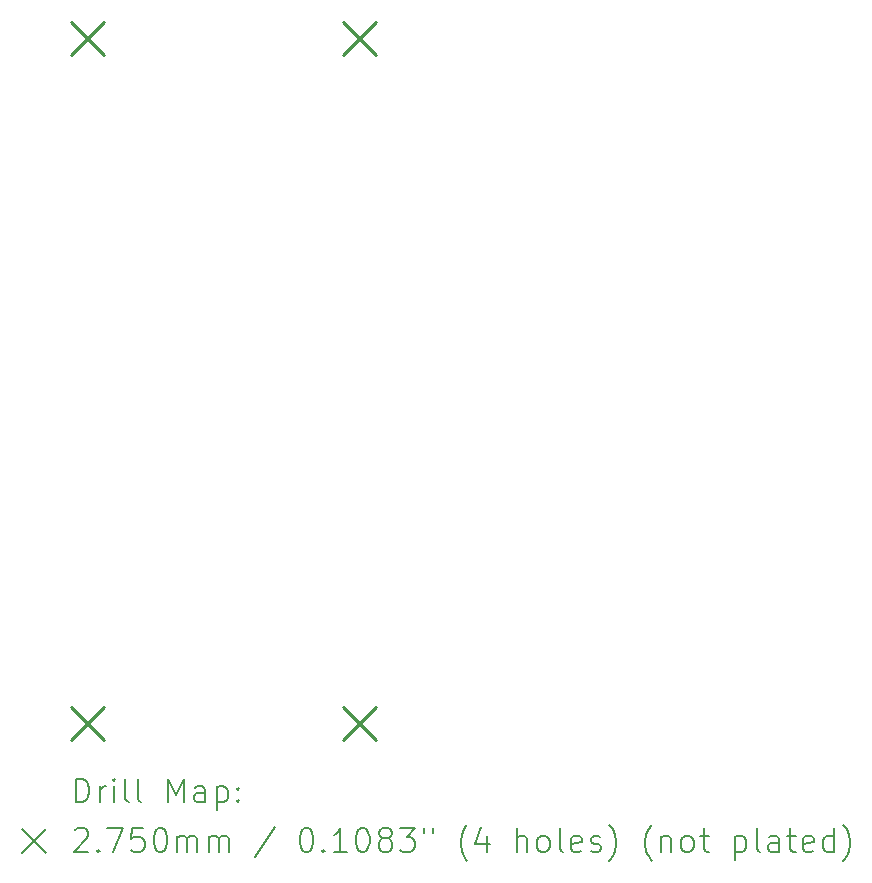
<source format=gbr>
%TF.GenerationSoftware,KiCad,Pcbnew,6.0.7-f9a2dced07~116~ubuntu20.04.1*%
%TF.CreationDate,2022-09-15T22:40:30+02:00*%
%TF.ProjectId,pylot_shield,70796c6f-745f-4736-9869-656c642e6b69,rev?*%
%TF.SameCoordinates,Original*%
%TF.FileFunction,Drillmap*%
%TF.FilePolarity,Positive*%
%FSLAX45Y45*%
G04 Gerber Fmt 4.5, Leading zero omitted, Abs format (unit mm)*
G04 Created by KiCad (PCBNEW 6.0.7-f9a2dced07~116~ubuntu20.04.1) date 2022-09-15 22:40:30*
%MOMM*%
%LPD*%
G01*
G04 APERTURE LIST*
%ADD10C,0.200000*%
%ADD11C,0.275000*%
G04 APERTURE END LIST*
D10*
D11*
X7873500Y-2961500D02*
X8148500Y-3236500D01*
X8148500Y-2961500D02*
X7873500Y-3236500D01*
X7873500Y-8761500D02*
X8148500Y-9036500D01*
X8148500Y-8761500D02*
X7873500Y-9036500D01*
X10173500Y-2961500D02*
X10448500Y-3236500D01*
X10448500Y-2961500D02*
X10173500Y-3236500D01*
X10173500Y-8761500D02*
X10448500Y-9036500D01*
X10448500Y-8761500D02*
X10173500Y-9036500D01*
D10*
X7912269Y-9565826D02*
X7912269Y-9365826D01*
X7959888Y-9365826D01*
X7988459Y-9375350D01*
X8007507Y-9394398D01*
X8017031Y-9413445D01*
X8026555Y-9451540D01*
X8026555Y-9480112D01*
X8017031Y-9518207D01*
X8007507Y-9537255D01*
X7988459Y-9556302D01*
X7959888Y-9565826D01*
X7912269Y-9565826D01*
X8112269Y-9565826D02*
X8112269Y-9432493D01*
X8112269Y-9470588D02*
X8121793Y-9451540D01*
X8131317Y-9442017D01*
X8150364Y-9432493D01*
X8169412Y-9432493D01*
X8236078Y-9565826D02*
X8236078Y-9432493D01*
X8236078Y-9365826D02*
X8226555Y-9375350D01*
X8236078Y-9384874D01*
X8245602Y-9375350D01*
X8236078Y-9365826D01*
X8236078Y-9384874D01*
X8359888Y-9565826D02*
X8340840Y-9556302D01*
X8331317Y-9537255D01*
X8331317Y-9365826D01*
X8464650Y-9565826D02*
X8445602Y-9556302D01*
X8436079Y-9537255D01*
X8436079Y-9365826D01*
X8693221Y-9565826D02*
X8693221Y-9365826D01*
X8759888Y-9508683D01*
X8826555Y-9365826D01*
X8826555Y-9565826D01*
X9007507Y-9565826D02*
X9007507Y-9461064D01*
X8997983Y-9442017D01*
X8978936Y-9432493D01*
X8940840Y-9432493D01*
X8921793Y-9442017D01*
X9007507Y-9556302D02*
X8988460Y-9565826D01*
X8940840Y-9565826D01*
X8921793Y-9556302D01*
X8912269Y-9537255D01*
X8912269Y-9518207D01*
X8921793Y-9499160D01*
X8940840Y-9489636D01*
X8988460Y-9489636D01*
X9007507Y-9480112D01*
X9102745Y-9432493D02*
X9102745Y-9632493D01*
X9102745Y-9442017D02*
X9121793Y-9432493D01*
X9159888Y-9432493D01*
X9178936Y-9442017D01*
X9188460Y-9451540D01*
X9197983Y-9470588D01*
X9197983Y-9527731D01*
X9188460Y-9546779D01*
X9178936Y-9556302D01*
X9159888Y-9565826D01*
X9121793Y-9565826D01*
X9102745Y-9556302D01*
X9283698Y-9546779D02*
X9293221Y-9556302D01*
X9283698Y-9565826D01*
X9274174Y-9556302D01*
X9283698Y-9546779D01*
X9283698Y-9565826D01*
X9283698Y-9442017D02*
X9293221Y-9451540D01*
X9283698Y-9461064D01*
X9274174Y-9451540D01*
X9283698Y-9442017D01*
X9283698Y-9461064D01*
X7454650Y-9795350D02*
X7654650Y-9995350D01*
X7654650Y-9795350D02*
X7454650Y-9995350D01*
X7902745Y-9804874D02*
X7912269Y-9795350D01*
X7931317Y-9785826D01*
X7978936Y-9785826D01*
X7997983Y-9795350D01*
X8007507Y-9804874D01*
X8017031Y-9823921D01*
X8017031Y-9842969D01*
X8007507Y-9871540D01*
X7893221Y-9985826D01*
X8017031Y-9985826D01*
X8102745Y-9966779D02*
X8112269Y-9976302D01*
X8102745Y-9985826D01*
X8093221Y-9976302D01*
X8102745Y-9966779D01*
X8102745Y-9985826D01*
X8178936Y-9785826D02*
X8312269Y-9785826D01*
X8226555Y-9985826D01*
X8483698Y-9785826D02*
X8388459Y-9785826D01*
X8378936Y-9881064D01*
X8388459Y-9871540D01*
X8407507Y-9862017D01*
X8455126Y-9862017D01*
X8474174Y-9871540D01*
X8483698Y-9881064D01*
X8493221Y-9900112D01*
X8493221Y-9947731D01*
X8483698Y-9966779D01*
X8474174Y-9976302D01*
X8455126Y-9985826D01*
X8407507Y-9985826D01*
X8388459Y-9976302D01*
X8378936Y-9966779D01*
X8617031Y-9785826D02*
X8636079Y-9785826D01*
X8655126Y-9795350D01*
X8664650Y-9804874D01*
X8674174Y-9823921D01*
X8683698Y-9862017D01*
X8683698Y-9909636D01*
X8674174Y-9947731D01*
X8664650Y-9966779D01*
X8655126Y-9976302D01*
X8636079Y-9985826D01*
X8617031Y-9985826D01*
X8597983Y-9976302D01*
X8588460Y-9966779D01*
X8578936Y-9947731D01*
X8569412Y-9909636D01*
X8569412Y-9862017D01*
X8578936Y-9823921D01*
X8588460Y-9804874D01*
X8597983Y-9795350D01*
X8617031Y-9785826D01*
X8769412Y-9985826D02*
X8769412Y-9852493D01*
X8769412Y-9871540D02*
X8778936Y-9862017D01*
X8797983Y-9852493D01*
X8826555Y-9852493D01*
X8845602Y-9862017D01*
X8855126Y-9881064D01*
X8855126Y-9985826D01*
X8855126Y-9881064D02*
X8864650Y-9862017D01*
X8883698Y-9852493D01*
X8912269Y-9852493D01*
X8931317Y-9862017D01*
X8940840Y-9881064D01*
X8940840Y-9985826D01*
X9036079Y-9985826D02*
X9036079Y-9852493D01*
X9036079Y-9871540D02*
X9045602Y-9862017D01*
X9064650Y-9852493D01*
X9093221Y-9852493D01*
X9112269Y-9862017D01*
X9121793Y-9881064D01*
X9121793Y-9985826D01*
X9121793Y-9881064D02*
X9131317Y-9862017D01*
X9150364Y-9852493D01*
X9178936Y-9852493D01*
X9197983Y-9862017D01*
X9207507Y-9881064D01*
X9207507Y-9985826D01*
X9597983Y-9776302D02*
X9426555Y-10033445D01*
X9855126Y-9785826D02*
X9874174Y-9785826D01*
X9893221Y-9795350D01*
X9902745Y-9804874D01*
X9912269Y-9823921D01*
X9921793Y-9862017D01*
X9921793Y-9909636D01*
X9912269Y-9947731D01*
X9902745Y-9966779D01*
X9893221Y-9976302D01*
X9874174Y-9985826D01*
X9855126Y-9985826D01*
X9836079Y-9976302D01*
X9826555Y-9966779D01*
X9817031Y-9947731D01*
X9807507Y-9909636D01*
X9807507Y-9862017D01*
X9817031Y-9823921D01*
X9826555Y-9804874D01*
X9836079Y-9795350D01*
X9855126Y-9785826D01*
X10007507Y-9966779D02*
X10017031Y-9976302D01*
X10007507Y-9985826D01*
X9997983Y-9976302D01*
X10007507Y-9966779D01*
X10007507Y-9985826D01*
X10207507Y-9985826D02*
X10093221Y-9985826D01*
X10150364Y-9985826D02*
X10150364Y-9785826D01*
X10131317Y-9814398D01*
X10112269Y-9833445D01*
X10093221Y-9842969D01*
X10331317Y-9785826D02*
X10350364Y-9785826D01*
X10369412Y-9795350D01*
X10378936Y-9804874D01*
X10388460Y-9823921D01*
X10397983Y-9862017D01*
X10397983Y-9909636D01*
X10388460Y-9947731D01*
X10378936Y-9966779D01*
X10369412Y-9976302D01*
X10350364Y-9985826D01*
X10331317Y-9985826D01*
X10312269Y-9976302D01*
X10302745Y-9966779D01*
X10293221Y-9947731D01*
X10283698Y-9909636D01*
X10283698Y-9862017D01*
X10293221Y-9823921D01*
X10302745Y-9804874D01*
X10312269Y-9795350D01*
X10331317Y-9785826D01*
X10512269Y-9871540D02*
X10493221Y-9862017D01*
X10483698Y-9852493D01*
X10474174Y-9833445D01*
X10474174Y-9823921D01*
X10483698Y-9804874D01*
X10493221Y-9795350D01*
X10512269Y-9785826D01*
X10550364Y-9785826D01*
X10569412Y-9795350D01*
X10578936Y-9804874D01*
X10588460Y-9823921D01*
X10588460Y-9833445D01*
X10578936Y-9852493D01*
X10569412Y-9862017D01*
X10550364Y-9871540D01*
X10512269Y-9871540D01*
X10493221Y-9881064D01*
X10483698Y-9890588D01*
X10474174Y-9909636D01*
X10474174Y-9947731D01*
X10483698Y-9966779D01*
X10493221Y-9976302D01*
X10512269Y-9985826D01*
X10550364Y-9985826D01*
X10569412Y-9976302D01*
X10578936Y-9966779D01*
X10588460Y-9947731D01*
X10588460Y-9909636D01*
X10578936Y-9890588D01*
X10569412Y-9881064D01*
X10550364Y-9871540D01*
X10655126Y-9785826D02*
X10778936Y-9785826D01*
X10712269Y-9862017D01*
X10740840Y-9862017D01*
X10759888Y-9871540D01*
X10769412Y-9881064D01*
X10778936Y-9900112D01*
X10778936Y-9947731D01*
X10769412Y-9966779D01*
X10759888Y-9976302D01*
X10740840Y-9985826D01*
X10683698Y-9985826D01*
X10664650Y-9976302D01*
X10655126Y-9966779D01*
X10855126Y-9785826D02*
X10855126Y-9823921D01*
X10931317Y-9785826D02*
X10931317Y-9823921D01*
X11226555Y-10062017D02*
X11217031Y-10052493D01*
X11197983Y-10023921D01*
X11188459Y-10004874D01*
X11178936Y-9976302D01*
X11169412Y-9928683D01*
X11169412Y-9890588D01*
X11178936Y-9842969D01*
X11188459Y-9814398D01*
X11197983Y-9795350D01*
X11217031Y-9766779D01*
X11226555Y-9757255D01*
X11388459Y-9852493D02*
X11388459Y-9985826D01*
X11340840Y-9776302D02*
X11293221Y-9919160D01*
X11417031Y-9919160D01*
X11645602Y-9985826D02*
X11645602Y-9785826D01*
X11731317Y-9985826D02*
X11731317Y-9881064D01*
X11721793Y-9862017D01*
X11702745Y-9852493D01*
X11674174Y-9852493D01*
X11655126Y-9862017D01*
X11645602Y-9871540D01*
X11855126Y-9985826D02*
X11836078Y-9976302D01*
X11826555Y-9966779D01*
X11817031Y-9947731D01*
X11817031Y-9890588D01*
X11826555Y-9871540D01*
X11836078Y-9862017D01*
X11855126Y-9852493D01*
X11883698Y-9852493D01*
X11902745Y-9862017D01*
X11912269Y-9871540D01*
X11921793Y-9890588D01*
X11921793Y-9947731D01*
X11912269Y-9966779D01*
X11902745Y-9976302D01*
X11883698Y-9985826D01*
X11855126Y-9985826D01*
X12036078Y-9985826D02*
X12017031Y-9976302D01*
X12007507Y-9957255D01*
X12007507Y-9785826D01*
X12188459Y-9976302D02*
X12169412Y-9985826D01*
X12131317Y-9985826D01*
X12112269Y-9976302D01*
X12102745Y-9957255D01*
X12102745Y-9881064D01*
X12112269Y-9862017D01*
X12131317Y-9852493D01*
X12169412Y-9852493D01*
X12188459Y-9862017D01*
X12197983Y-9881064D01*
X12197983Y-9900112D01*
X12102745Y-9919160D01*
X12274174Y-9976302D02*
X12293221Y-9985826D01*
X12331317Y-9985826D01*
X12350364Y-9976302D01*
X12359888Y-9957255D01*
X12359888Y-9947731D01*
X12350364Y-9928683D01*
X12331317Y-9919160D01*
X12302745Y-9919160D01*
X12283698Y-9909636D01*
X12274174Y-9890588D01*
X12274174Y-9881064D01*
X12283698Y-9862017D01*
X12302745Y-9852493D01*
X12331317Y-9852493D01*
X12350364Y-9862017D01*
X12426555Y-10062017D02*
X12436078Y-10052493D01*
X12455126Y-10023921D01*
X12464650Y-10004874D01*
X12474174Y-9976302D01*
X12483698Y-9928683D01*
X12483698Y-9890588D01*
X12474174Y-9842969D01*
X12464650Y-9814398D01*
X12455126Y-9795350D01*
X12436078Y-9766779D01*
X12426555Y-9757255D01*
X12788459Y-10062017D02*
X12778936Y-10052493D01*
X12759888Y-10023921D01*
X12750364Y-10004874D01*
X12740840Y-9976302D01*
X12731317Y-9928683D01*
X12731317Y-9890588D01*
X12740840Y-9842969D01*
X12750364Y-9814398D01*
X12759888Y-9795350D01*
X12778936Y-9766779D01*
X12788459Y-9757255D01*
X12864650Y-9852493D02*
X12864650Y-9985826D01*
X12864650Y-9871540D02*
X12874174Y-9862017D01*
X12893221Y-9852493D01*
X12921793Y-9852493D01*
X12940840Y-9862017D01*
X12950364Y-9881064D01*
X12950364Y-9985826D01*
X13074174Y-9985826D02*
X13055126Y-9976302D01*
X13045602Y-9966779D01*
X13036078Y-9947731D01*
X13036078Y-9890588D01*
X13045602Y-9871540D01*
X13055126Y-9862017D01*
X13074174Y-9852493D01*
X13102745Y-9852493D01*
X13121793Y-9862017D01*
X13131317Y-9871540D01*
X13140840Y-9890588D01*
X13140840Y-9947731D01*
X13131317Y-9966779D01*
X13121793Y-9976302D01*
X13102745Y-9985826D01*
X13074174Y-9985826D01*
X13197983Y-9852493D02*
X13274174Y-9852493D01*
X13226555Y-9785826D02*
X13226555Y-9957255D01*
X13236078Y-9976302D01*
X13255126Y-9985826D01*
X13274174Y-9985826D01*
X13493221Y-9852493D02*
X13493221Y-10052493D01*
X13493221Y-9862017D02*
X13512269Y-9852493D01*
X13550364Y-9852493D01*
X13569412Y-9862017D01*
X13578936Y-9871540D01*
X13588459Y-9890588D01*
X13588459Y-9947731D01*
X13578936Y-9966779D01*
X13569412Y-9976302D01*
X13550364Y-9985826D01*
X13512269Y-9985826D01*
X13493221Y-9976302D01*
X13702745Y-9985826D02*
X13683698Y-9976302D01*
X13674174Y-9957255D01*
X13674174Y-9785826D01*
X13864650Y-9985826D02*
X13864650Y-9881064D01*
X13855126Y-9862017D01*
X13836078Y-9852493D01*
X13797983Y-9852493D01*
X13778936Y-9862017D01*
X13864650Y-9976302D02*
X13845602Y-9985826D01*
X13797983Y-9985826D01*
X13778936Y-9976302D01*
X13769412Y-9957255D01*
X13769412Y-9938207D01*
X13778936Y-9919160D01*
X13797983Y-9909636D01*
X13845602Y-9909636D01*
X13864650Y-9900112D01*
X13931317Y-9852493D02*
X14007507Y-9852493D01*
X13959888Y-9785826D02*
X13959888Y-9957255D01*
X13969412Y-9976302D01*
X13988459Y-9985826D01*
X14007507Y-9985826D01*
X14150364Y-9976302D02*
X14131317Y-9985826D01*
X14093221Y-9985826D01*
X14074174Y-9976302D01*
X14064650Y-9957255D01*
X14064650Y-9881064D01*
X14074174Y-9862017D01*
X14093221Y-9852493D01*
X14131317Y-9852493D01*
X14150364Y-9862017D01*
X14159888Y-9881064D01*
X14159888Y-9900112D01*
X14064650Y-9919160D01*
X14331317Y-9985826D02*
X14331317Y-9785826D01*
X14331317Y-9976302D02*
X14312269Y-9985826D01*
X14274174Y-9985826D01*
X14255126Y-9976302D01*
X14245602Y-9966779D01*
X14236078Y-9947731D01*
X14236078Y-9890588D01*
X14245602Y-9871540D01*
X14255126Y-9862017D01*
X14274174Y-9852493D01*
X14312269Y-9852493D01*
X14331317Y-9862017D01*
X14407507Y-10062017D02*
X14417031Y-10052493D01*
X14436078Y-10023921D01*
X14445602Y-10004874D01*
X14455126Y-9976302D01*
X14464650Y-9928683D01*
X14464650Y-9890588D01*
X14455126Y-9842969D01*
X14445602Y-9814398D01*
X14436078Y-9795350D01*
X14417031Y-9766779D01*
X14407507Y-9757255D01*
M02*

</source>
